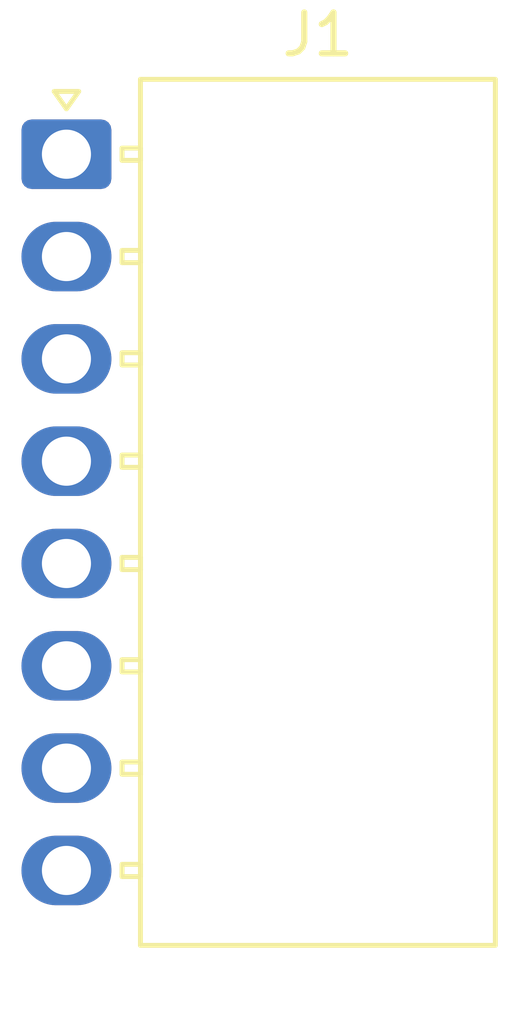
<source format=kicad_pcb>
(kicad_pcb (version 20240108) (generator "pcbnew") (generator_version "8.0")
  (layers (0 "F.Cu" signal) (31 "B.Cu" signal) (34 "B.Paste" user) (35 "F.Paste" user) (36 "B.SilkS" user "B.Silkscreen") (37 "F.SilkS" user "F.Silkscreen") (38 "B.Mask" user) (39 "F.Mask" user) (44 "Edge.Cuts" user))
  (net 0 "")
  (net 1 "/Current_Sensor_Output")
  (net 3 "GND")
  (net 4 "/Front_Brake_Sensor")
  (net 5 "/Rear_Brake_Sensor")
  (net 6 "+5V")
  (net 7 "/Current_Sensor_VREF")
  (net 8 "/Fault")
  (footprint "Connector_Molex:Molex_Nano-Fit_105313-xx08_1x08_P2.50mm_Horizontal" (layer "F.Cu") (at 86.32 66)
    (property "Reference" "J1" (at 6.15 -2.92 0) (layer "F.SilkS"))
    (property "Value" "Conn_01x08")
    (fp_line (start -0.3 -1.534264) (end 0 -1.11) (stroke (width 0.12)) (layer "F.SilkS"))
    (fp_line (start 0 -1.11) (end 0.3 -1.534264) (stroke (width 0.12)) (layer "F.SilkS"))
    (fp_line (start 0.3 -1.534264) (end -0.3 -1.534264) (stroke (width 0.12)) (layer "F.SilkS"))
    (fp_line (start 1.36 -0.15) (end 1.36 0.15) (stroke (width 0.12)) (layer "F.SilkS"))
    (fp_line (start 1.36 0.15) (end 1.81 0.15) (stroke (width 0.12)) (layer "F.SilkS"))
    (fp_line (start 1.36 2.35) (end 1.36 2.65) (stroke (width 0.12)) (layer "F.SilkS"))
    (fp_line (start 1.36 2.65) (end 1.81 2.65) (stroke (width 0.12)) (layer "F.SilkS"))
    (fp_line (start 1.36 4.85) (end 1.36 5.15) (stroke (width 0.12)) (layer "F.SilkS"))
    (fp_line (start 1.36 5.15) (end 1.81 5.15) (stroke (width 0.12)) (layer "F.SilkS"))
    (fp_line (start 1.36 7.35) (end 1.36 7.65) (stroke (width 0.12)) (layer "F.SilkS"))
    (fp_line (start 1.36 7.65) (end 1.81 7.65) (stroke (width 0.12)) (layer "F.SilkS"))
    (fp_line (start 1.36 9.85) (end 1.36 10.15) (stroke (width 0.12)) (layer "F.SilkS"))
    (fp_line (start 1.36 10.15) (end 1.81 10.15) (stroke (width 0.12)) (layer "F.SilkS"))
    (fp_line (start 1.36 12.35) (end 1.36 12.65) (stroke (width 0.12)) (layer "F.SilkS"))
    (fp_line (start 1.36 12.65) (end 1.81 12.65) (stroke (width 0.12)) (layer "F.SilkS"))
    (fp_line (start 1.36 14.85) (end 1.36 15.15) (stroke (width 0.12)) (layer "F.SilkS"))
    (fp_line (start 1.36 15.15) (end 1.81 15.15) (stroke (width 0.12)) (layer "F.SilkS"))
    (fp_line (start 1.36 17.35) (end 1.36 17.65) (stroke (width 0.12)) (layer "F.SilkS"))
    (fp_line (start 1.36 17.65) (end 1.81 17.65) (stroke (width 0.12)) (layer "F.SilkS"))
    (fp_line (start 1.81 -1.83) (end 1.81 19.33) (stroke (width 0.12)) (layer "F.SilkS"))
    (fp_line (start 1.81 -0.15) (end 1.36 -0.15) (stroke (width 0.12)) (layer "F.SilkS"))
    (fp_line (start 1.81 0.15) (end 1.81 -0.15) (stroke (width 0.12)) (layer "F.SilkS"))
    (fp_line (start 1.81 2.35) (end 1.36 2.35) (stroke (width 0.12)) (layer "F.SilkS"))
    (fp_line (start 1.81 2.65) (end 1.81 2.35) (stroke (width 0.12)) (layer "F.SilkS"))
    (fp_line (start 1.81 4.85) (end 1.36 4.85) (stroke (width 0.12)) (layer "F.SilkS"))
    (fp_line (start 1.81 5.15) (end 1.81 4.85) (stroke (width 0.12)) (layer "F.SilkS"))
    (fp_line (start 1.81 7.35) (end 1.36 7.35) (stroke (width 0.12)) (layer "F.SilkS"))
    (fp_line (start 1.81 7.65) (end 1.81 7.35) (stroke (width 0.12)) (layer "F.SilkS"))
    (fp_line (start 1.81 9.85) (end 1.36 9.85) (stroke (width 0.12)) (layer "F.SilkS"))
    (fp_line (start 1.81 10.15) (end 1.81 9.85) (stroke (width 0.12)) (layer "F.SilkS"))
    (fp_line (start 1.81 12.35) (end 1.36 12.35) (stroke (width 0.12)) (layer "F.SilkS"))
    (fp_line (start 1.81 12.65) (end 1.81 12.35) (stroke (width 0.12)) (layer "F.SilkS"))
    (fp_line (start 1.81 14.85) (end 1.36 14.85) (stroke (width 0.12)) (layer "F.SilkS"))
    (fp_line (start 1.81 15.15) (end 1.81 14.85) (stroke (width 0.12)) (layer "F.SilkS"))
    (fp_line (start 1.81 17.35) (end 1.36 17.35) (stroke (width 0.12)) (layer "F.SilkS"))
    (fp_line (start 1.81 17.65) (end 1.81 17.35) (stroke (width 0.12)) (layer "F.SilkS"))
    (fp_line (start 1.81 19.33) (end 10.49 19.33) (stroke (width 0.12)) (layer "F.SilkS"))
    (fp_line (start 10.49 -1.83) (end 1.81 -1.83) (stroke (width 0.12)) (layer "F.SilkS"))
    (fp_line (start 10.49 19.33) (end 10.49 -1.83) (stroke (width 0.12)) (layer "F.SilkS"))
    (pad "" np_thru_hole circle (at 7.18 0) (size 1.7 1.7) (drill 1.7) (layers "*.Cu" "*.Mask"))
    (pad "" np_thru_hole circle (at 7.18 17.5) (size 1.7 1.7) (drill 1.7) (layers "*.Cu" "*.Mask"))
    (pad "1" thru_hole roundrect (at 0 0) (size 2.2 1.7) (drill 1.2) (layers "*.Cu" "*.Mask") (roundrect_rratio 0.147059) (net 6 "+5V"))
    (pad "2" thru_hole oval (at 0 2.5) (size 2.2 1.7) (drill 1.2) (layers "*.Cu" "*.Mask") (net 3 "GND"))
    (pad "3" thru_hole oval (at 0 5) (size 2.2 1.7) (drill 1.2) (layers "*.Cu" "*.Mask") (net 5 "/Rear_Brake_Sensor"))
    (pad "4" thru_hole oval (at 0 7.5) (size 2.2 1.7) (drill 1.2) (layers "*.Cu" "*.Mask") (net 4 "/Front_Brake_Sensor"))
    (pad "5" thru_hole oval (at 0 10) (size 2.2 1.7) (drill 1.2) (layers "*.Cu" "*.Mask") (net 1 "/Current_Sensor_Output"))
    (pad "6" thru_hole oval (at 0 12.5) (size 2.2 1.7) (drill 1.2) (layers "*.Cu" "*.Mask") (net 7 "/Current_Sensor_VREF"))
    (pad "7" thru_hole oval (at 0 15) (size 2.2 1.7) (drill 1.2) (layers "*.Cu" "*.Mask") (net 8 "/Fault"))
    (pad "8" thru_hole oval (at 0 17.5) (size 2.2 1.7) (drill 1.2) (layers "*.Cu" "*.Mask"))
  )
)
</source>
